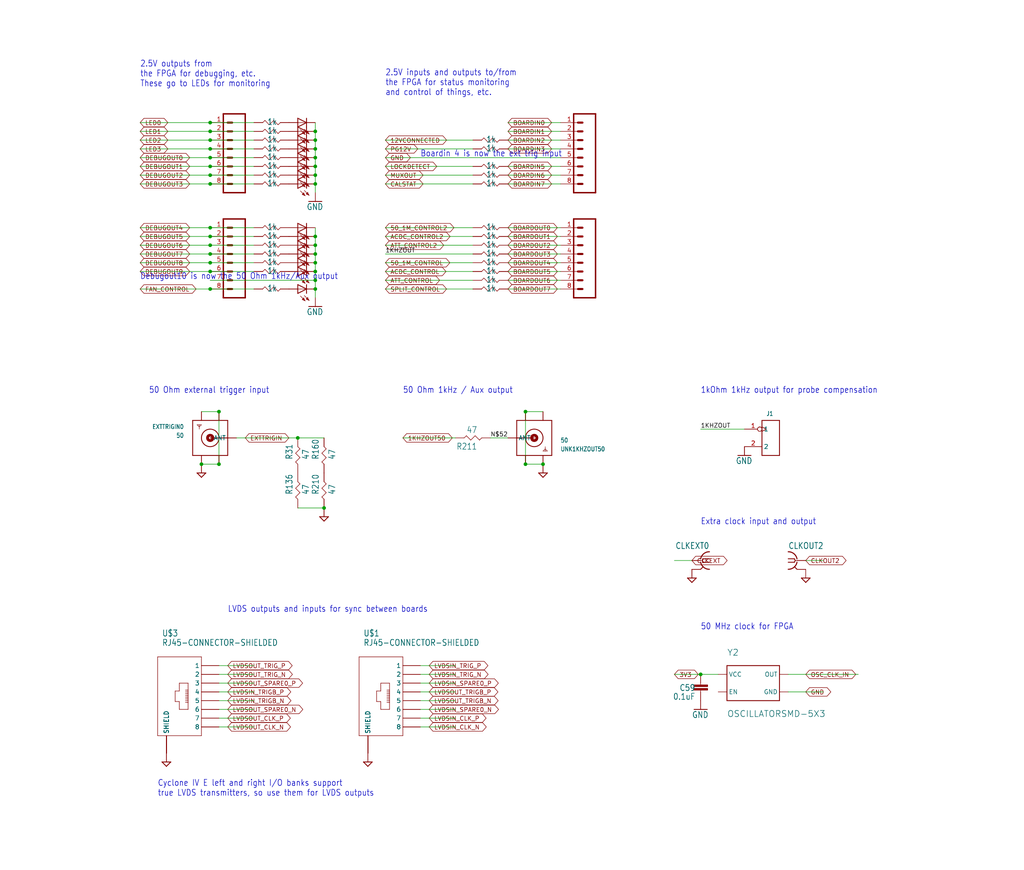
<source format=kicad_sch>
(kicad_sch (version 20250114) (generator "eeschema") (generator_version "9.0")
  (paper "User" 297.002 252.298)
  (lib_symbols
    (symbol "haasoscope_pro_adc_fpga_board-eagle-import:BU-SMB-V"
      (property "Reference" "X" (at -2.54 3.302 0))
      (symbol "BU-SMB-V_1_0"
        (pin passive line (at 2.54 0 180) (length 2.54) (name "1") (number "1"))
        (pin passive line (at 2.54 -2.54 180) (length 2.54) (name "2") (number "2"))
        (pin passive line (at 2.54 -2.54 180) (length 2.54) (name "2") (number "3"))
        (pin passive line (at 2.54 -2.54 180) (length 2.54) (name "2") (number "4"))
        (pin passive line (at 2.54 -2.54 180) (length 2.54) (name "2") (number "5"))
      )
    )
    (symbol "haasoscope_pro_adc_fpga_board-eagle-import:CAPACITOR_0402_N"
      (symbol "CAPACITOR_0402_N_1_0"
        (pin passive line (at 0 2.54 270) (length 2.54) (name "1") (number "1"))
        (pin passive line (at 0 -5.08 90) (length 2.54) (name "2") (number "2"))
      )
    )
    (symbol "haasoscope_pro_adc_fpga_board-eagle-import:CONN_08{dblquote}"
      (property "Reference" "J" (at -5.08 13.208 0))
      (symbol "CONN_08{dblquote}_1_0"
        (pin passive line (at 5.08 10.16 180) (length 5.08) (name "8") (number "8"))
        (pin passive line (at 5.08 7.62 180) (length 5.08) (name "7") (number "7"))
        (pin passive line (at 5.08 5.08 180) (length 5.08) (name "6") (number "6"))
        (pin passive line (at 5.08 2.54 180) (length 5.08) (name "5") (number "5"))
        (pin passive line (at 5.08 0 180) (length 5.08) (name "4") (number "4"))
        (pin passive line (at 5.08 -2.54 180) (length 5.08) (name "3") (number "3"))
        (pin passive line (at 5.08 -5.08 180) (length 5.08) (name "2") (number "2"))
        (pin passive line (at 5.08 -7.62 180) (length 5.08) (name "1") (number "1"))
      )
    )
    (symbol "haasoscope_pro_adc_fpga_board-eagle-import:DIP-BLACK-MALE-HEADER-VERT(2P-2.54)"
      (symbol "DIP-BLACK-MALE-HEADER-VERT(2P-2.54)_1_0"
        (pin bidirectional inverted_clock (at -7.62 2.54 0) (length 5.08) (name "1") (number "1"))
        (pin bidirectional line (at -7.62 -2.54 0) (length 5.08) (name "2") (number "2"))
      )
    )
    (symbol "haasoscope_pro_adc_fpga_board-eagle-import:LEDCHIP-LED0603"
      (property "Reference" "LED" (at 3.556 -4.572 90))
      (symbol "LEDCHIP-LED0603_1_0"
        (pin passive line (at 0 2.54 270) (length 2.54) (name "A") (number "A"))
        (pin passive line (at 0 -5.08 90) (length 2.54) (name "C") (number "C"))
      )
    )
    (symbol "haasoscope_pro_adc_fpga_board-eagle-import:OSCILLATORSMD-5X3"
      (symbol "OSCILLATORSMD-5X3_1_0"
        (pin bidirectional line (at -10.16 2.54 0) (length 2.54) (name "VCC") (number "4"))
        (pin bidirectional line (at -10.16 -2.54 0) (length 2.54) (name "EN") (number "1"))
        (pin bidirectional line (at 10.16 2.54 180) (length 2.54) (name "OUT") (number "3"))
        (pin bidirectional line (at 10.16 -2.54 180) (length 2.54) (name "GND") (number "2"))
      )
    )
    (symbol "haasoscope_pro_adc_fpga_board-eagle-import:RES-0402"
      (property "Reference" "R" (at -3.175 1.27 0))
      (symbol "RES-0402_1_0"
        (pin bidirectional line (at -5.08 0 0) (length 2.54) (name "P$1") (number "P$1"))
        (pin bidirectional line (at 5.08 0 180) (length 2.54) (name "P$2") (number "P$2"))
      )
    )
    (symbol "haasoscope_pro_adc_fpga_board-eagle-import:RJ45-CONNECTOR-SHIELDED"
      (symbol "RJ45-CONNECTOR-SHIELDED_1_0"
        (pin bidirectional line (at -2.54 -17.78 90) (length 5.08) (name "SHIELD") (number "S$1"))
        (pin bidirectional line (at -2.54 -17.78 90) (length 5.08) (name "SHIELD") (number "S$2"))
        (pin bidirectional line (at -2.54 -17.78 90) (length 5.08) (name "SHIELD") (number "S$3"))
        (pin bidirectional line (at -2.54 -17.78 90) (length 5.08) (name "SHIELD") (number "S$4"))
        (pin passive line (at 12.7 7.62 180) (length 5.08) (name "1") (number "P$1"))
        (pin passive line (at 12.7 5.08 180) (length 5.08) (name "2") (number "P$2"))
        (pin passive line (at 12.7 2.54 180) (length 5.08) (name "3") (number "P$3"))
        (pin passive line (at 12.7 0 180) (length 5.08) (name "4") (number "P$4"))
        (pin passive line (at 12.7 -2.54 180) (length 5.08) (name "5") (number "P$5"))
        (pin passive line (at 12.7 -5.08 180) (length 5.08) (name "6") (number "P$6"))
        (pin passive line (at 12.7 -7.62 180) (length 5.08) (name "7") (number "P$7"))
        (pin passive line (at 12.7 -10.16 180) (length 5.08) (name "8") (number "P$8"))
      )
    )
    (symbol "haasoscope_pro_adc_fpga_board-eagle-import:SMACONNECTOR_EDGE"
      (property "Reference" "X" (at 7.62 2.54 0))
      (symbol "SMACONNECTOR_EDGE_1_0"
        (pin bidirectional line (at -7.62 0 0) (length 2.54) (name "ANT") (number "P"))
        (pin power_in line (at -2.54 7.62 270) (length 2.54) (name "GND1") (number "GND@4"))
        (pin power_in line (at -2.54 -7.62 90) (length 2.54) (name "GND3") (number "GND@2"))
        (pin power_in line (at 2.54 7.62 270) (length 2.54) (name "GND2") (number "GND@3"))
        (pin power_in line (at 2.54 -7.62 90) (length 2.54) (name "GND4") (number "GND@1"))
      )
    )
    (symbol "haasoscope_pro_adc_fpga_board-eagle-import:supply1_GND" (power)
      (symbol "supply1_GND_1_0"
        (pin power_in line (at 0 2.54 270) (length 2.54) (name "GND") (number "1"))
      )
    )
    (symbol "haasoscope_pro_adc_fpga_board-eagle-import:supply2_GND" (power)
      (symbol "supply2_GND_1_0"
        (pin power_in line (at 0 2.54 270) (length 2.54) (name "GND") (number "1"))
      )
    )
  )
  (text "50 Ohm 1kHz / Aux output" (at 116.84 114.3 0) (effects (font (size 1.778 1.5113)) (justify left bottom)))
  (text "2.5V inputs and outputs to/from\nthe FPGA for status monitoring\nand control of things, etc." (at 111.76 27.94 0) (effects (font (size 1.778 1.5113)) (justify left bottom)))
  (text "2.5V outputs from\nthe FPGA for debugging, etc.\nThese go to LEDs for monitoring" (at 40.64 25.4 0) (effects (font (size 1.778 1.5113)) (justify left bottom)))
  (text "50 Ohm external trigger input" (at 43.18 114.3 0) (effects (font (size 1.778 1.5113)) (justify left bottom)))
  (text "Extra clock input and output" (at 203.2 152.4 0) (effects (font (size 1.778 1.5113)) (justify left bottom)))
  (text "LVDS outputs and inputs for sync between boards" (at 66.04 177.8 0) (effects (font (size 1.778 1.5113)) (justify left bottom)))
  (text "Debugout10 is now the 50 Ohm 1kHz/Aux output" (at 40.64 81.28 0) (effects (font (size 1.778 1.5113)) (justify left bottom)))
  (text "Cyclone IV E left and right I/O banks support\ntrue LVDS transmitters, so use them for LVDS outputs" (at 45.72 231.14 0) (effects (font (size 1.778 1.5113)) (justify left bottom)))
  (text "1kOhm 1kHz output for probe compensation" (at 203.2 114.3 0) (effects (font (size 1.778 1.5113)) (justify left bottom)))
  (text "50 MHz clock for FPGA" (at 203.2 182.88 0) (effects (font (size 1.778 1.5113)) (justify left bottom)))
  (text "Boardin 4 is now the ext trig input" (at 121.92 45.72 0) (effects (font (size 1.778 1.5113)) (justify left bottom)))
  (junction (at 60.96 71.12))
  (junction (at 60.96 40.64))
  (junction (at 91.44 83.82))
  (junction (at 60.96 68.58))
  (junction (at 60.96 45.72))
  (junction (at 60.96 43.18))
  (junction (at 63.5 119.38))
  (junction (at 91.44 81.28))
  (junction (at 63.5 134.62))
  (junction (at 60.96 48.26))
  (junction (at 60.96 83.82))
  (junction (at 60.96 76.2))
  (junction (at 58.42 134.62))
  (junction (at 91.44 38.1))
  (junction (at 86.36 127))
  (junction (at 93.98 147.32))
  (junction (at 91.44 50.8))
  (junction (at 91.44 53.34))
  (junction (at 60.96 73.66))
  (junction (at 91.44 48.26))
  (junction (at 91.44 76.2))
  (junction (at 91.44 68.58))
  (junction (at 152.4 119.38))
  (junction (at 157.48 134.62))
  (junction (at 203.2 195.58))
  (junction (at 91.44 43.18))
  (junction (at 91.44 73.66))
  (junction (at 60.96 53.34))
  (junction (at 60.96 38.1))
  (junction (at 91.44 71.12))
  (junction (at 60.96 78.74))
  (junction (at 91.44 78.74))
  (junction (at 91.44 40.64))
  (junction (at 60.96 66.04))
  (junction (at 60.96 50.8))
  (junction (at 152.4 134.62))
  (junction (at 91.44 45.72))
  (junction (at 60.96 35.56))
  (wire (pts (xy 60.96 66.04) (xy 40.64 66.04)) (stroke (width 0.1524)))
  (wire (pts (xy 91.44 86.36) (xy 91.44 83.82)) (stroke (width 0.1524)))
  (wire (pts (xy 233.68 162.56) (xy 238.76 162.56)) (stroke (width 0.1524)))
  (wire (pts (xy 60.96 76.2) (xy 73.66 76.2)) (stroke (width 0.1524)))
  (wire (pts (xy 137.16 76.2) (xy 111.76 76.2)) (stroke (width 0.1524)))
  (wire (pts (xy 73.66 210.82) (xy 63.5 210.82)) (stroke (width 0.1524)))
  (wire (pts (xy 63.5 119.38) (xy 63.5 134.62)) (stroke (width 0.1524)))
  (wire (pts (xy 91.44 48.26) (xy 91.44 45.72)) (stroke (width 0.1524)))
  (wire (pts (xy 132.08 193.04) (xy 121.92 193.04)) (stroke (width 0.1524)))
  (wire (pts (xy 162.56 76.2) (xy 147.32 76.2)) (stroke (width 0.1524)))
  (wire (pts (xy 162.56 48.26) (xy 147.32 48.26)) (stroke (width 0.1524)))
  (wire (pts (xy 132.08 195.58) (xy 121.92 195.58)) (stroke (width 0.1524)))
  (wire (pts (xy 91.44 38.1) (xy 91.44 35.56)) (stroke (width 0.1524)))
  (wire (pts (xy 91.44 71.12) (xy 91.44 68.58)) (stroke (width 0.1524)))
  (wire (pts (xy 132.08 127) (xy 116.84 127)) (stroke (width 0.1524)))
  (wire (pts (xy 60.96 71.12) (xy 40.64 71.12)) (stroke (width 0.1524)))
  (wire (pts (xy 137.16 78.74) (xy 111.76 78.74)) (stroke (width 0.1524)))
  (wire (pts (xy 73.66 83.82) (xy 60.96 83.82)) (stroke (width 0.1524)))
  (wire (pts (xy 60.96 83.82) (xy 40.64 83.82)) (stroke (width 0.1524)))
  (wire (pts (xy 228.6 200.66) (xy 238.76 200.66)) (stroke (width 0.1524)))
  (wire (pts (xy 162.56 40.64) (xy 147.32 40.64)) (stroke (width 0.1524)))
  (wire (pts (xy 60.96 66.04) (xy 73.66 66.04)) (stroke (width 0.1524)))
  (wire (pts (xy 60.96 45.72) (xy 40.64 45.72)) (stroke (width 0.1524)))
  (wire (pts (xy 137.16 40.64) (xy 111.76 40.64)) (stroke (width 0.1524)))
  (wire (pts (xy 137.16 66.04) (xy 111.76 66.04)) (stroke (width 0.1524)))
  (wire (pts (xy 132.08 200.66) (xy 121.92 200.66)) (stroke (width 0.1524)))
  (wire (pts (xy 63.5 134.62) (xy 58.42 134.62)) (stroke (width 0.1524)))
  (wire (pts (xy 162.56 83.82) (xy 147.32 83.82)) (stroke (width 0.1524)))
  (wire (pts (xy 91.44 68.58) (xy 91.44 66.04)) (stroke (width 0.1524)))
  (wire (pts (xy 162.56 66.04) (xy 147.32 66.04)) (stroke (width 0.1524)))
  (wire (pts (xy 137.16 68.58) (xy 111.76 68.58)) (stroke (width 0.1524)))
  (wire (pts (xy 152.4 119.38) (xy 157.48 119.38)) (stroke (width 0.1524)))
  (wire (pts (xy 162.56 68.58) (xy 147.32 68.58)) (stroke (width 0.1524)))
  (wire (pts (xy 91.44 81.28) (xy 91.44 78.74)) (stroke (width 0.1524)))
  (wire (pts (xy 137.16 81.28) (xy 111.76 81.28)) (stroke (width 0.1524)))
  (wire (pts (xy 200.66 162.56) (xy 195.58 162.56)) (stroke (width 0.1524)))
  (wire (pts (xy 60.96 78.74) (xy 40.64 78.74)) (stroke (width 0.1524)))
  (wire (pts (xy 60.96 45.72) (xy 73.66 45.72)) (stroke (width 0.1524)))
  (wire (pts (xy 60.96 68.58) (xy 40.64 68.58)) (stroke (width 0.1524)))
  (wire (pts (xy 91.44 40.64) (xy 91.44 38.1)) (stroke (width 0.1524)))
  (wire (pts (xy 132.08 208.28) (xy 121.92 208.28)) (stroke (width 0.1524)))
  (wire (pts (xy 91.44 73.66) (xy 91.44 71.12)) (stroke (width 0.1524)))
  (wire (pts (xy 137.16 50.8) (xy 111.76 50.8)) (stroke (width 0.1524)))
  (wire (pts (xy 73.66 203.2) (xy 63.5 203.2)) (stroke (width 0.1524)))
  (wire (pts (xy 162.56 38.1) (xy 147.32 38.1)) (stroke (width 0.1524)))
  (wire (pts (xy 132.08 198.12) (xy 121.92 198.12)) (stroke (width 0.1524)))
  (wire (pts (xy 91.44 76.2) (xy 91.44 73.66)) (stroke (width 0.1524)))
  (wire (pts (xy 162.56 50.8) (xy 147.32 50.8)) (stroke (width 0.1524)))
  (wire (pts (xy 58.42 119.38) (xy 63.5 119.38)) (stroke (width 0.1524)))
  (wire (pts (xy 132.08 210.82) (xy 121.92 210.82)) (stroke (width 0.1524)))
  (wire (pts (xy 137.16 48.26) (xy 111.76 48.26)) (stroke (width 0.1524)))
  (wire (pts (xy 60.96 38.1) (xy 40.64 38.1)) (stroke (width 0.1524)))
  (wire (pts (xy 73.66 53.34) (xy 60.96 53.34)) (stroke (width 0.1524)))
  (wire (pts (xy 73.66 48.26) (xy 60.96 48.26)) (stroke (width 0.1524)))
  (wire (pts (xy 73.66 200.66) (xy 63.5 200.66)) (stroke (width 0.1524)))
  (wire (pts (xy 228.6 195.58) (xy 248.92 195.58)) (stroke (width 0.1524)))
  (wire (pts (xy 91.44 50.8) (xy 91.44 48.26)) (stroke (width 0.1524)))
  (wire (pts (xy 60.96 50.8) (xy 40.64 50.8)) (stroke (width 0.1524)))
  (wire (pts (xy 60.96 76.2) (xy 40.64 76.2)) (stroke (width 0.1524)))
  (wire (pts (xy 73.66 208.28) (xy 63.5 208.28)) (stroke (width 0.1524)))
  (wire (pts (xy 86.36 127) (xy 68.58 127)) (stroke (width 0.1524)))
  (wire (pts (xy 91.44 45.72) (xy 91.44 43.18)) (stroke (width 0.1524)))
  (wire (pts (xy 60.96 35.56) (xy 40.64 35.56)) (stroke (width 0.1524)))
  (wire (pts (xy 73.66 198.12) (xy 63.5 198.12)) (stroke (width 0.1524)))
  (wire (pts (xy 60.96 50.8) (xy 73.66 50.8)) (stroke (width 0.1524)))
  (wire (pts (xy 93.98 147.32) (xy 86.36 147.32)) (stroke (width 0.1524)))
  (wire (pts (xy 162.56 71.12) (xy 147.32 71.12)) (stroke (width 0.1524)))
  (wire (pts (xy 157.48 134.62) (xy 152.4 134.62)) (stroke (width 0.1524)))
  (wire (pts (xy 60.96 53.34) (xy 40.64 53.34)) (stroke (width 0.1524)))
  (wire (pts (xy 162.56 45.72) (xy 111.76 45.72)) (stroke (width 0.1524)))
  (wire (pts (xy 162.56 35.56) (xy 147.32 35.56)) (stroke (width 0.1524)))
  (wire (pts (xy 91.44 43.18) (xy 91.44 40.64)) (stroke (width 0.1524)))
  (wire (pts (xy 73.66 78.74) (xy 60.96 78.74)) (stroke (width 0.1524)))
  (wire (pts (xy 132.08 203.2) (xy 121.92 203.2)) (stroke (width 0.1524)))
  (wire (pts (xy 137.16 43.18) (xy 111.76 43.18)) (stroke (width 0.1524)))
  (wire (pts (xy 60.96 73.66) (xy 40.64 73.66)) (stroke (width 0.1524)))
  (wire (pts (xy 60.96 35.56) (xy 73.66 35.56)) (stroke (width 0.1524)))
  (wire (pts (xy 195.58 195.58) (xy 203.2 195.58)) (stroke (width 0.1524)))
  (wire (pts (xy 111.76 73.66) (xy 137.16 73.66)) (stroke (width 0.1524)))
  (wire (pts (xy 203.2 195.58) (xy 208.28 195.58)) (stroke (width 0.1524)))
  (wire (pts (xy 73.66 68.58) (xy 60.96 68.58)) (stroke (width 0.1524)))
  (wire (pts (xy 73.66 193.04) (xy 63.5 193.04)) (stroke (width 0.1524)))
  (wire (pts (xy 162.56 53.34) (xy 147.32 53.34)) (stroke (width 0.1524)))
  (wire (pts (xy 73.66 43.18) (xy 60.96 43.18)) (stroke (width 0.1524)))
  (wire (pts (xy 86.36 127) (xy 93.98 127)) (stroke (width 0.1524)))
  (wire (pts (xy 60.96 48.26) (xy 40.64 48.26)) (stroke (width 0.1524)))
  (wire (pts (xy 60.96 43.18) (xy 40.64 43.18)) (stroke (width 0.1524)))
  (wire (pts (xy 162.56 78.74) (xy 147.32 78.74)) (stroke (width 0.1524)))
  (wire (pts (xy 73.66 38.1) (xy 60.96 38.1)) (stroke (width 0.1524)))
  (wire (pts (xy 162.56 43.18) (xy 147.32 43.18)) (stroke (width 0.1524)))
  (wire (pts (xy 60.96 40.64) (xy 40.64 40.64)) (stroke (width 0.1524)))
  (wire (pts (xy 73.66 73.66) (xy 60.96 73.66)) (stroke (width 0.1524)))
  (wire (pts (xy 91.44 78.74) (xy 91.44 76.2)) (stroke (width 0.1524)))
  (wire (pts (xy 162.56 81.28) (xy 147.32 81.28)) (stroke (width 0.1524)))
  (wire (pts (xy 60.96 71.12) (xy 73.66 71.12)) (stroke (width 0.1524)))
  (wire (pts (xy 132.08 205.74) (xy 121.92 205.74)) (stroke (width 0.1524)))
  (wire (pts (xy 162.56 73.66) (xy 147.32 73.66)) (stroke (width 0.1524)))
  (wire (pts (xy 215.9 124.46) (xy 203.2 124.46)) (stroke (width 0.1524)))
  (wire (pts (xy 73.66 195.58) (xy 63.5 195.58)) (stroke (width 0.1524)))
  (wire (pts (xy 73.66 205.74) (xy 63.5 205.74)) (stroke (width 0.1524)))
  (wire (pts (xy 147.32 127) (xy 142.24 127)) (stroke (width 0.1524)))
  (wire (pts (xy 60.96 40.64) (xy 73.66 40.64)) (stroke (width 0.1524)))
  (wire (pts (xy 137.16 71.12) (xy 111.76 71.12)) (stroke (width 0.1524)))
  (wire (pts (xy 91.44 53.34) (xy 91.44 50.8)) (stroke (width 0.1524)))
  (wire (pts (xy 137.16 83.82) (xy 111.76 83.82)) (stroke (width 0.1524)))
  (wire (pts (xy 111.76 53.34) (xy 137.16 53.34)) (stroke (width 0.1524)))
  (wire (pts (xy 152.4 134.62) (xy 152.4 119.38)) (stroke (width 0.1524)))
  (wire (pts (xy 91.44 55.88) (xy 91.44 53.34)) (stroke (width 0.1524)))
  (wire (pts (xy 91.44 83.82) (xy 91.44 81.28)) (stroke (width 0.1524)))
  (wire (pts (xy 91.44 81.28) (xy 60.96 81.28)) (stroke (width 0.1524)))
  (label "N$52" (at 142.24 127 0) (effects (font (size 1.2446 1.2446))))
  (label "1KHZOUT" (at 203.2 124.46 0) (effects (font (size 1.2446 1.2446))))
  (label "1KHZOUT" (at 111.76 73.66 0) (effects (font (size 1.2446 1.2446))))
  (global_label "PG12V" (shape bidirectional) (at 111.76 43.18 0) (effects (font (size 1.2446 1.2446))) (property "Intersheetrefs" "${INTERSHEET_REFS}" (effects (hide yes))))
  (global_label "LVDSOUT_CLK_N" (shape bidirectional) (at 66.04 210.82 0) (effects (font (size 1.2446 1.2446))) (property "Intersheetrefs" "${INTERSHEET_REFS}" (effects (hide yes))))
  (global_label "CALSTAT" (shape bidirectional) (at 111.76 53.34 0) (effects (font (size 1.2446 1.2446))) (property "Intersheetrefs" "${INTERSHEET_REFS}" (effects (hide yes))))
  (global_label "LOCKDETECT" (shape bidirectional) (at 111.76 48.26 0) (effects (font (size 1.2446 1.2446))) (property "Intersheetrefs" "${INTERSHEET_REFS}" (effects (hide yes))))
  (global_label "LVDSIN_SPARE0_N" (shape bidirectional) (at 124.46 205.74 0) (effects (font (size 1.2446 1.2446))) (property "Intersheetrefs" "${INTERSHEET_REFS}" (effects (hide yes))))
  (global_label "LVDSIN_TRIG_N" (shape bidirectional) (at 124.46 195.58 0) (effects (font (size 1.2446 1.2446))) (property "Intersheetrefs" "${INTERSHEET_REFS}" (effects (hide yes))))
  (global_label "CLKOUT2" (shape bidirectional) (at 233.68 162.56 0) (effects (font (size 1.2446 1.2446))) (property "Intersheetrefs" "${INTERSHEET_REFS}" (effects (hide yes))))
  (global_label "BOARDIN2" (shape bidirectional) (at 147.32 40.64 0) (effects (font (size 1.2446 1.2446))) (property "Intersheetrefs" "${INTERSHEET_REFS}" (effects (hide yes))))
  (global_label "BOARDIN0" (shape bidirectional) (at 147.32 35.56 0) (effects (font (size 1.2446 1.2446))) (property "Intersheetrefs" "${INTERSHEET_REFS}" (effects (hide yes))))
  (global_label "FAN_CONTROL" (shape bidirectional) (at 40.64 83.82 0) (effects (font (size 1.2446 1.2446))) (property "Intersheetrefs" "${INTERSHEET_REFS}" (effects (hide yes))))
  (global_label "OSC_CLK_IN" (shape bidirectional) (at 233.68 195.58 0) (effects (font (size 1.2446 1.2446))) (property "Intersheetrefs" "${INTERSHEET_REFS}" (effects (hide yes))))
  (global_label "BOARDIN6" (shape bidirectional) (at 147.32 50.8 0) (effects (font (size 1.2446 1.2446))) (property "Intersheetrefs" "${INTERSHEET_REFS}" (effects (hide yes))))
  (global_label "1KHZOUT50" (shape bidirectional) (at 116.84 127 0) (effects (font (size 1.2446 1.2446))) (property "Intersheetrefs" "${INTERSHEET_REFS}" (effects (hide yes))))
  (global_label "ATT_CONTROL" (shape bidirectional) (at 111.76 81.28 0) (effects (font (size 1.2446 1.2446))) (property "Intersheetrefs" "${INTERSHEET_REFS}" (effects (hide yes))))
  (global_label "DEBUGOUT0" (shape bidirectional) (at 40.64 45.72 0) (effects (font (size 1.2446 1.2446))) (property "Intersheetrefs" "${INTERSHEET_REFS}" (effects (hide yes))))
  (global_label "GND" (shape bidirectional) (at 233.68 200.66 0) (effects (font (size 1.2446 1.2446))) (property "Intersheetrefs" "${INTERSHEET_REFS}" (effects (hide yes))))
  (global_label "LVDSIN_TRIGB_N" (shape bidirectional) (at 66.04 203.2 0) (effects (font (size 1.2446 1.2446))) (property "Intersheetrefs" "${INTERSHEET_REFS}" (effects (hide yes))))
  (global_label "DEBUGOUT3" (shape bidirectional) (at 40.64 53.34 0) (effects (font (size 1.2446 1.2446))) (property "Intersheetrefs" "${INTERSHEET_REFS}" (effects (hide yes))))
  (global_label "BOARDIN1" (shape bidirectional) (at 147.32 38.1 0) (effects (font (size 1.2446 1.2446))) (property "Intersheetrefs" "${INTERSHEET_REFS}" (effects (hide yes))))
  (global_label "BOARDOUT2" (shape bidirectional) (at 147.32 71.12 0) (effects (font (size 1.2446 1.2446))) (property "Intersheetrefs" "${INTERSHEET_REFS}" (effects (hide yes))))
  (global_label "LVDSOUT_SPARE0_P" (shape bidirectional) (at 66.04 198.12 0) (effects (font (size 1.2446 1.2446))) (property "Intersheetrefs" "${INTERSHEET_REFS}" (effects (hide yes))))
  (global_label "DEBUGOUT9" (shape bidirectional) (at 40.64 78.74 0) (effects (font (size 1.2446 1.2446))) (property "Intersheetrefs" "${INTERSHEET_REFS}" (effects (hide yes))))
  (global_label "BOARDOUT6" (shape bidirectional) (at 147.32 81.28 0) (effects (font (size 1.2446 1.2446))) (property "Intersheetrefs" "${INTERSHEET_REFS}" (effects (hide yes))))
  (global_label "BOARDOUT5" (shape bidirectional) (at 147.32 78.74 0) (effects (font (size 1.2446 1.2446))) (property "Intersheetrefs" "${INTERSHEET_REFS}" (effects (hide yes))))
  (global_label "LVDSOUT_TRIGB_P" (shape bidirectional) (at 124.46 200.66 0) (effects (font (size 1.2446 1.2446))) (property "Intersheetrefs" "${INTERSHEET_REFS}" (effects (hide yes))))
  (global_label "LVDSIN_SPARE0_P" (shape bidirectional) (at 124.46 198.12 0) (effects (font (size 1.2446 1.2446))) (property "Intersheetrefs" "${INTERSHEET_REFS}" (effects (hide yes))))
  (global_label "LVDSIN_TRIGB_P" (shape bidirectional) (at 66.04 200.66 0) (effects (font (size 1.2446 1.2446))) (property "Intersheetrefs" "${INTERSHEET_REFS}" (effects (hide yes))))
  (global_label "LVDSOUT_SPARE0_N" (shape bidirectional) (at 66.04 205.74 0) (effects (font (size 1.2446 1.2446))) (property "Intersheetrefs" "${INTERSHEET_REFS}" (effects (hide yes))))
  (global_label "LVDSIN_TRIG_P" (shape bidirectional) (at 124.46 193.04 0) (effects (font (size 1.2446 1.2446))) (property "Intersheetrefs" "${INTERSHEET_REFS}" (effects (hide yes))))
  (global_label "BOARDIN3" (shape bidirectional) (at 147.32 43.18 0) (effects (font (size 1.2446 1.2446))) (property "Intersheetrefs" "${INTERSHEET_REFS}" (effects (hide yes))))
  (global_label "MUXOUT" (shape bidirectional) (at 111.76 50.8 0) (effects (font (size 1.2446 1.2446))) (property "Intersheetrefs" "${INTERSHEET_REFS}" (effects (hide yes))))
  (global_label "DEBUGOUT5" (shape bidirectional) (at 40.64 68.58 0) (effects (font (size 1.2446 1.2446))) (property "Intersheetrefs" "${INTERSHEET_REFS}" (effects (hide yes))))
  (global_label "12VCONNECTED" (shape bidirectional) (at 111.76 40.64 0) (effects (font (size 1.2446 1.2446))) (property "Intersheetrefs" "${INTERSHEET_REFS}" (effects (hide yes))))
  (global_label "DEBUGOUT8" (shape bidirectional) (at 40.64 76.2 0) (effects (font (size 1.2446 1.2446))) (property "Intersheetrefs" "${INTERSHEET_REFS}" (effects (hide yes))))
  (global_label "GND" (shape bidirectional) (at 111.76 45.72 0) (effects (font (size 1.2446 1.2446))) (property "Intersheetrefs" "${INTERSHEET_REFS}" (effects (hide yes))))
  (global_label "BOARDIN5" (shape bidirectional) (at 147.32 48.26 0) (effects (font (size 1.2446 1.2446))) (property "Intersheetrefs" "${INTERSHEET_REFS}" (effects (hide yes))))
  (global_label "ACDC_CONTROL2" (shape bidirectional) (at 111.76 68.58 0) (effects (font (size 1.2446 1.2446))) (property "Intersheetrefs" "${INTERSHEET_REFS}" (effects (hide yes))))
  (global_label "DEBUGOUT4" (shape bidirectional) (at 40.64 66.04 0) (effects (font (size 1.2446 1.2446))) (property "Intersheetrefs" "${INTERSHEET_REFS}" (effects (hide yes))))
  (global_label "LVDSIN_CLK_P" (shape bidirectional) (at 124.46 208.28 0) (effects (font (size 1.2446 1.2446))) (property "Intersheetrefs" "${INTERSHEET_REFS}" (effects (hide yes))))
  (global_label "BOARDOUT3" (shape bidirectional) (at 147.32 73.66 0) (effects (font (size 1.2446 1.2446))) (property "Intersheetrefs" "${INTERSHEET_REFS}" (effects (hide yes))))
  (global_label "BOARDOUT1" (shape bidirectional) (at 147.32 68.58 0) (effects (font (size 1.2446 1.2446))) (property "Intersheetrefs" "${INTERSHEET_REFS}" (effects (hide yes))))
  (global_label "BOARDOUT0" (shape bidirectional) (at 147.32 66.04 0) (effects (font (size 1.2446 1.2446))) (property "Intersheetrefs" "${INTERSHEET_REFS}" (effects (hide yes))))
  (global_label "ATT_CONTROL2" (shape bidirectional) (at 111.76 71.12 0) (effects (font (size 1.2446 1.2446))) (property "Intersheetrefs" "${INTERSHEET_REFS}" (effects (hide yes))))
  (global_label "SPLIT_CONTROL" (shape bidirectional) (at 111.76 83.82 0) (effects (font (size 1.2446 1.2446))) (property "Intersheetrefs" "${INTERSHEET_REFS}" (effects (hide yes))))
  (global_label "ACDC_CONTROL" (shape bidirectional) (at 111.76 78.74 0) (effects (font (size 1.2446 1.2446))) (property "Intersheetrefs" "${INTERSHEET_REFS}" (effects (hide yes))))
  (global_label "LED0" (shape bidirectional) (at 40.64 35.56 0) (effects (font (size 1.2446 1.2446))) (property "Intersheetrefs" "${INTERSHEET_REFS}" (effects (hide yes))))
  (global_label "DEBUGOUT1" (shape bidirectional) (at 40.64 48.26 0) (effects (font (size 1.2446 1.2446))) (property "Intersheetrefs" "${INTERSHEET_REFS}" (effects (hide yes))))
  (global_label "LVDSOUT_TRIG_P" (shape bidirectional) (at 66.04 193.04 0) (effects (font (size 1.2446 1.2446))) (property "Intersheetrefs" "${INTERSHEET_REFS}" (effects (hide yes))))
  (global_label "50_1M_CONTROL2" (shape bidirectional) (at 111.76 66.04 0) (effects (font (size 1.2446 1.2446))) (property "Intersheetrefs" "${INTERSHEET_REFS}" (effects (hide yes))))
  (global_label "EXTTRIGIN" (shape bidirectional) (at 71.12 127 0) (effects (font (size 1.2446 1.2446))) (property "Intersheetrefs" "${INTERSHEET_REFS}" (effects (hide yes))))
  (global_label "LVDSOUT_TRIG_N" (shape bidirectional) (at 66.04 195.58 0) (effects (font (size 1.2446 1.2446))) (property "Intersheetrefs" "${INTERSHEET_REFS}" (effects (hide yes))))
  (global_label "BOARDIN7" (shape bidirectional) (at 147.32 53.34 0) (effects (font (size 1.2446 1.2446))) (property "Intersheetrefs" "${INTERSHEET_REFS}" (effects (hide yes))))
  (global_label "50_1M_CONTROL" (shape bidirectional) (at 111.76 76.2 0) (effects (font (size 1.2446 1.2446))) (property "Intersheetrefs" "${INTERSHEET_REFS}" (effects (hide yes))))
  (global_label "LED3" (shape bidirectional) (at 40.64 43.18 0) (effects (font (size 1.2446 1.2446))) (property "Intersheetrefs" "${INTERSHEET_REFS}" (effects (hide yes))))
  (global_label "3V3" (shape bidirectional) (at 195.58 195.58 0) (effects (font (size 1.2446 1.2446))) (property "Intersheetrefs" "${INTERSHEET_REFS}" (effects (hide yes))))
  (global_label "CLKEXT" (shape bidirectional) (at 200.66 162.56 0) (effects (font (size 1.2446 1.2446))) (property "Intersheetrefs" "${INTERSHEET_REFS}" (effects (hide yes))))
  (global_label "DEBUGOUT7" (shape bidirectional) (at 40.64 73.66 0) (effects (font (size 1.2446 1.2446))) (property "Intersheetrefs" "${INTERSHEET_REFS}" (effects (hide yes))))
  (global_label "DEBUGOUT2" (shape bidirectional) (at 40.64 50.8 0) (effects (font (size 1.2446 1.2446))) (property "Intersheetrefs" "${INTERSHEET_REFS}" (effects (hide yes))))
  (global_label "LVDSOUT_TRIGB_N" (shape bidirectional) (at 124.46 203.2 0) (effects (font (size 1.2446 1.2446))) (property "Intersheetrefs" "${INTERSHEET_REFS}" (effects (hide yes))))
  (global_label "LED2" (shape bidirectional) (at 40.64 40.64 0) (effects (font (size 1.2446 1.2446))) (property "Intersheetrefs" "${INTERSHEET_REFS}" (effects (hide yes))))
  (global_label "DEBUGOUT6" (shape bidirectional) (at 40.64 71.12 0) (effects (font (size 1.2446 1.2446))) (property "Intersheetrefs" "${INTERSHEET_REFS}" (effects (hide yes))))
  (global_label "BOARDOUT7" (shape bidirectional) (at 147.32 83.82 0) (effects (font (size 1.2446 1.2446))) (property "Intersheetrefs" "${INTERSHEET_REFS}" (effects (hide yes))))
  (global_label "LED1" (shape bidirectional) (at 40.64 38.1 0) (effects (font (size 1.2446 1.2446))) (property "Intersheetrefs" "${INTERSHEET_REFS}" (effects (hide yes))))
  (global_label "LVDSOUT_CLK_P" (shape bidirectional) (at 66.04 208.28 0) (effects (font (size 1.2446 1.2446))) (property "Intersheetrefs" "${INTERSHEET_REFS}" (effects (hide yes))))
  (global_label "BOARDOUT4" (shape bidirectional) (at 147.32 76.2 0) (effects (font (size 1.2446 1.2446))) (property "Intersheetrefs" "${INTERSHEET_REFS}" (effects (hide yes))))
  (global_label "LVDSIN_CLK_N" (shape bidirectional) (at 124.46 210.82 0) (effects (font (size 1.2446 1.2446))) (property "Intersheetrefs" "${INTERSHEET_REFS}" (effects (hide yes))))
  (symbol (lib_id "haasoscope_pro_adc_fpga_board-eagle-import:SMACONNECTOR_EDGE") (at 60.96 127 0) (mirror y) (unit 1)
    (property "Reference" "EXTTRIGIN0" (at 53.34 124.46 0) (effects (font (size 1.27 1.0795)) (justify left bottom)))
    (property "Value" "50" (at 53.34 127 0) (effects (font (size 1.27 1.0795)) (justify left bottom)))
    (property "Footprint" "haasoscope_pro_adc_fpga_board:SMA_EDGELAUNCH" (effects (hide yes)))
  )
  (symbol (lib_id "haasoscope_pro_adc_fpga_board-eagle-import:supply1_GND") (at 203.2 205.74 0) (unit 1)
    (property "Reference" "#GND075" (effects (hide yes)))
    (property "Value" "GND" (at 200.66 208.28 0) (effects (font (size 1.778 1.5113)) (justify left bottom)))
  )
  (symbol (lib_id "haasoscope_pro_adc_fpga_board-eagle-import:CONN_08{dblquote}") (at 66.04 43.18 180) (unit 1)
    (property "Reference" "J13" (effects (hide yes)))
    (property "Value" "8pin" (effects (hide yes)))
    (property "Footprint" "haasoscope_pro_adc_fpga_board:1X08" (effects (hide yes)))
  )
  (symbol (lib_id "haasoscope_pro_adc_fpga_board-eagle-import:OSCILLATORSMD-5X3") (at 218.44 198.12 0) (unit 1)
    (property "Reference" "Y2" (at 210.82 190.246 0) (effects (font (size 1.778 1.778)) (justify left bottom)))
    (property "Value" "OSCILLATORSMD-5X3" (at 210.82 205.994 0) (effects (font (size 1.778 1.778)) (justify left top)))
    (property "Footprint" "haasoscope_pro_adc_fpga_board:OSCILLATOR-SMD-5X3.2" (effects (hide yes)))
    (property "LCSC" "C2901546" (effects (hide yes)))
  )
  (symbol (lib_id "haasoscope_pro_adc_fpga_board-eagle-import:CONN_08{dblquote}") (at 167.64 73.66 180) (unit 1)
    (property "Reference" "J10" (effects (hide yes)))
    (property "Value" "8pin" (effects (hide yes)))
    (property "Footprint" "haasoscope_pro_adc_fpga_board:1X08" (effects (hide yes)))
  )
  (symbol (lib_id "haasoscope_pro_adc_fpga_board-eagle-import:LEDCHIP-LED0603") (at 86.36 48.26 90) (unit 1)
    (property "Reference" "LED46" (effects (hide yes)))
    (property "Value" "red" (effects (hide yes)))
    (property "Footprint" "haasoscope_pro_adc_fpga_board:CHIP-LED0603" (effects (hide yes)))
  )
  (symbol (lib_id "haasoscope_pro_adc_fpga_board-eagle-import:supply1_GND") (at 91.44 58.42 0) (unit 1)
    (property "Reference" "#GND056" (effects (hide yes)))
    (property "Value" "GND" (at 88.9 60.96 0) (effects (font (size 1.778 1.5113)) (justify left bottom)))
  )
  (symbol (lib_id "haasoscope_pro_adc_fpga_board-eagle-import:supply1_GND") (at 215.9 132.08 0) (unit 1)
    (property "Reference" "#GND053" (effects (hide yes)))
    (property "Value" "GND" (at 213.36 134.62 0) (effects (font (size 1.778 1.5113)) (justify left bottom)))
  )
  (symbol (lib_id "haasoscope_pro_adc_fpga_board-eagle-import:RJ45-CONNECTOR-SHIELDED") (at 109.22 200.66 0) (unit 1)
    (property "Reference" "U$1" (at 105.3958 184.6247 0) (effects (font (size 1.778 1.5113)) (justify left bottom)))
    (property "Value" "RJ45-CONNECTOR-SHIELDED" (at 105.4028 187.345 0) (effects (font (size 1.778 1.5113)) (justify left bottom)))
    (property "Footprint" "haasoscope_pro_adc_fpga_board:RJ45_THT_RA_AMPH-FRJAE448" (effects (hide yes)))
  )
  (symbol (lib_id "haasoscope_pro_adc_fpga_board-eagle-import:LEDCHIP-LED0603") (at 86.36 73.66 90) (unit 1)
    (property "Reference" "LED28" (effects (hide yes)))
    (property "Value" "red" (effects (hide yes)))
    (property "Footprint" "haasoscope_pro_adc_fpga_board:CHIP-LED0603" (effects (hide yes)))
  )
  (symbol (lib_id "haasoscope_pro_adc_fpga_board-eagle-import:LEDCHIP-LED0603") (at 86.36 45.72 90) (unit 1)
    (property "Reference" "LED45" (effects (hide yes)))
    (property "Value" "red" (effects (hide yes)))
    (property "Footprint" "haasoscope_pro_adc_fpga_board:CHIP-LED0603" (effects (hide yes)))
  )
  (symbol (lib_id "haasoscope_pro_adc_fpga_board-eagle-import:RES-0402") (at 137.16 127 180) (unit 1)
    (property "Reference" "R211" (at 138.43 128.4986 0) (effects (font (size 1.778 1.5113)) (justify left bottom)))
    (property "Value" "47" (at 138.43 123.698 0) (effects (font (size 1.778 1.5113)) (justify left bottom)))
    (property "Footprint" "haasoscope_pro_adc_fpga_board:RES-0402" (effects (hide yes)))
  )
  (symbol (lib_id "haasoscope_pro_adc_fpga_board-eagle-import:LEDCHIP-LED0603") (at 86.36 83.82 90) (unit 1)
    (property "Reference" "LED32" (effects (hide yes)))
    (property "Value" "red" (effects (hide yes)))
    (property "Footprint" "haasoscope_pro_adc_fpga_board:CHIP-LED0603" (effects (hide yes)))
  )
  (symbol (lib_id "haasoscope_pro_adc_fpga_board-eagle-import:supply1_GND") (at 91.44 88.9 0) (unit 1)
    (property "Reference" "#GND055" (effects (hide yes)))
    (property "Value" "GND" (at 88.9 91.44 0) (effects (font (size 1.778 1.5113)) (justify left bottom)))
  )
  (symbol (lib_id "haasoscope_pro_adc_fpga_board-eagle-import:RES-0402") (at 93.98 142.24 90) (unit 1)
    (property "Reference" "R210" (at 92.4814 143.51 0) (effects (font (size 1.778 1.5113)) (justify left bottom)))
    (property "Value" "47" (at 97.282 143.51 0) (effects (font (size 1.778 1.5113)) (justify left bottom)))
    (property "Footprint" "haasoscope_pro_adc_fpga_board:RES-0402" (effects (hide yes)))
  )
  (symbol (lib_id "haasoscope_pro_adc_fpga_board-eagle-import:LEDCHIP-LED0603") (at 86.36 50.8 90) (unit 1)
    (property "Reference" "LED47" (effects (hide yes)))
    (property "Value" "red" (effects (hide yes)))
    (property "Footprint" "haasoscope_pro_adc_fpga_board:CHIP-LED0603" (effects (hide yes)))
  )
  (symbol (lib_id "haasoscope_pro_adc_fpga_board-eagle-import:SMACONNECTOR_EDGE") (at 154.94 127 0) (mirror x) (unit 1)
    (property "Reference" "UNK1KHZOUT50" (at 162.56 129.54 0) (effects (font (size 1.27 1.0795)) (justify left bottom)))
    (property "Value" "50" (at 162.56 127 0) (effects (font (size 1.27 1.0795)) (justify left bottom)))
    (property "Footprint" "haasoscope_pro_adc_fpga_board:SMA_EDGELAUNCH" (effects (hide yes)))
  )
  (symbol (lib_id "haasoscope_pro_adc_fpga_board-eagle-import:BU-SMB-V") (at 203.2 162.56 0) (mirror y) (unit 1)
    (property "Reference" "CLKEXT0" (at 205.74 159.258 0) (effects (font (size 1.778 1.5113)) (justify left bottom)))
    (property "Value" "BU-SMB-V" (effects (hide yes)))
    (property "Footprint" "haasoscope_pro_adc_fpga_board:BU-SMB-V" (effects (hide yes)))
  )
  (symbol (lib_id "haasoscope_pro_adc_fpga_board-eagle-import:RES-0402") (at 142.24 68.58 0) (unit 1)
    (property "Reference" "R13" (effects (hide yes)))
    (property "Value" "1k" (at 140.97 69.342 0) (effects (font (size 1.778 1.5113)) (justify left bottom)))
    (property "Footprint" "haasoscope_pro_adc_fpga_board:RES-0402" (effects (hide yes)))
  )
  (symbol (lib_id "haasoscope_pro_adc_fpga_board-eagle-import:supply2_GND") (at 93.98 149.86 0) (mirror y) (unit 1)
    (property "Reference" "#SUPPLY042" (effects (hide yes)))
    (property "Value" "GND" (effects (hide yes)))
  )
  (symbol (lib_id "haasoscope_pro_adc_fpga_board-eagle-import:BU-SMB-V") (at 231.14 162.56 0) (unit 1)
    (property "Reference" "CLKOUT2" (at 228.6 159.258 0) (effects (font (size 1.778 1.5113)) (justify left bottom)))
    (property "Value" "BU-SMB-V" (effects (hide yes)))
    (property "Footprint" "haasoscope_pro_adc_fpga_board:BU-SMB-V" (effects (hide yes)))
  )
  (symbol (lib_id "haasoscope_pro_adc_fpga_board-eagle-import:RES-0402") (at 78.74 40.64 0) (unit 1)
    (property "Reference" "R51" (effects (hide yes)))
    (property "Value" "1k" (at 77.47 41.402 0) (effects (font (size 1.778 1.5113)) (justify left bottom)))
    (property "Footprint" "haasoscope_pro_adc_fpga_board:RES-0402" (effects (hide yes)))
  )
  (symbol (lib_id "haasoscope_pro_adc_fpga_board-eagle-import:LEDCHIP-LED0603") (at 86.36 43.18 90) (unit 1)
    (property "Reference" "LED44" (effects (hide yes)))
    (property "Value" "red" (effects (hide yes)))
    (property "Footprint" "haasoscope_pro_adc_fpga_board:CHIP-LED0603" (effects (hide yes)))
  )
  (symbol (lib_id "haasoscope_pro_adc_fpga_board-eagle-import:LEDCHIP-LED0603") (at 86.36 35.56 90) (unit 1)
    (property "Reference" "LED41" (effects (hide yes)))
    (property "Value" "red" (effects (hide yes)))
    (property "Footprint" "haasoscope_pro_adc_fpga_board:CHIP-LED0603" (effects (hide yes)))
  )
  (symbol (lib_id "haasoscope_pro_adc_fpga_board-eagle-import:RES-0402") (at 142.24 66.04 0) (unit 1)
    (property "Reference" "R12" (effects (hide yes)))
    (property "Value" "1k" (at 140.97 66.802 0) (effects (font (size 1.778 1.5113)) (justify left bottom)))
    (property "Footprint" "haasoscope_pro_adc_fpga_board:RES-0402" (effects (hide yes)))
  )
  (symbol (lib_id "haasoscope_pro_adc_fpga_board-eagle-import:RES-0402") (at 142.24 73.66 0) (unit 1)
    (property "Reference" "R206" (effects (hide yes)))
    (property "Value" "1k" (at 140.97 74.422 0) (effects (font (size 1.778 1.5113)) (justify left bottom)))
    (property "Footprint" "haasoscope_pro_adc_fpga_board:RES-0402" (effects (hide yes)))
  )
  (symbol (lib_id "haasoscope_pro_adc_fpga_board-eagle-import:CAPACITOR_0402_N") (at 203.2 200.66 180) (unit 1)
    (property "Reference" "C59" (at 201.676 198.501 0) (effects (font (size 1.778 1.5113)) (justify left bottom)))
    (property "Value" "0.1uF" (at 201.676 201.041 0) (effects (font (size 1.778 1.5113)) (justify left bottom)))
    (property "Footprint" "haasoscope_pro_adc_fpga_board:RESC0402_N" (effects (hide yes)))
  )
  (symbol (lib_id "haasoscope_pro_adc_fpga_board-eagle-import:RES-0402") (at 142.24 81.28 0) (unit 1)
    (property "Reference" "R10" (effects (hide yes)))
    (property "Value" "1k" (at 140.97 82.042 0) (effects (font (size 1.778 1.5113)) (justify left bottom)))
    (property "Footprint" "haasoscope_pro_adc_fpga_board:RES-0402" (effects (hide yes)))
  )
  (symbol (lib_id "haasoscope_pro_adc_fpga_board-eagle-import:RES-0402") (at 86.36 132.08 90) (unit 1)
    (property "Reference" "R31" (at 84.8614 133.35 0) (effects (font (size 1.778 1.5113)) (justify left bottom)))
    (property "Value" "47" (at 89.662 133.35 0) (effects (font (size 1.778 1.5113)) (justify left bottom)))
    (property "Footprint" "haasoscope_pro_adc_fpga_board:RES-0402" (effects (hide yes)))
  )
  (symbol (lib_id "haasoscope_pro_adc_fpga_board-eagle-import:RES-0402") (at 78.74 48.26 0) (unit 1)
    (property "Reference" "R48" (effects (hide yes)))
    (property "Value" "1k" (at 77.47 49.022 0) (effects (font (size 1.778 1.5113)) (justify left bottom)))
    (property "Footprint" "haasoscope_pro_adc_fpga_board:RES-0402" (effects (hide yes)))
  )
  (symbol (lib_id "haasoscope_pro_adc_fpga_board-eagle-import:RES-0402") (at 142.24 71.12 0) (unit 1)
    (property "Reference" "R22" (effects (hide yes)))
    (property "Value" "1k" (at 140.97 71.882 0) (effects (font (size 1.778 1.5113)) (justify left bottom)))
    (property "Footprint" "haasoscope_pro_adc_fpga_board:RES-0402" (effects (hide yes)))
  )
  (symbol (lib_id "haasoscope_pro_adc_fpga_board-eagle-import:LEDCHIP-LED0603") (at 86.36 53.34 90) (unit 1)
    (property "Reference" "LED48" (effects (hide yes)))
    (property "Value" "red" (effects (hide yes)))
    (property "Footprint" "haasoscope_pro_adc_fpga_board:CHIP-LED0603" (effects (hide yes)))
  )
  (symbol (lib_id "haasoscope_pro_adc_fpga_board-eagle-import:RES-0402") (at 78.74 53.34 0) (unit 1)
    (property "Reference" "R46" (effects (hide yes)))
    (property "Value" "1k" (at 77.47 54.102 0) (effects (font (size 1.778 1.5113)) (justify left bottom)))
    (property "Footprint" "haasoscope_pro_adc_fpga_board:RES-0402" (effects (hide yes)))
  )
  (symbol (lib_id "haasoscope_pro_adc_fpga_board-eagle-import:RES-0402") (at 93.98 132.08 90) (unit 1)
    (property "Reference" "R160" (at 92.4814 133.35 0) (effects (font (size 1.778 1.5113)) (justify left bottom)))
    (property "Value" "47" (at 97.282 133.35 0) (effects (font (size 1.778 1.5113)) (justify left bottom)))
    (property "Footprint" "haasoscope_pro_adc_fpga_board:RES-0402" (effects (hide yes)))
  )
  (symbol (lib_id "haasoscope_pro_adc_fpga_board-eagle-import:RES-0402") (at 78.74 50.8 0) (unit 1)
    (property "Reference" "R47" (effects (hide yes)))
    (property "Value" "1k" (at 77.47 51.562 0) (effects (font (size 1.778 1.5113)) (justify left bottom)))
    (property "Footprint" "haasoscope_pro_adc_fpga_board:RES-0402" (effects (hide yes)))
  )
  (symbol (lib_id "haasoscope_pro_adc_fpga_board-eagle-import:RES-0402") (at 142.24 53.34 0) (unit 1)
    (property "Reference" "R16" (effects (hide yes)))
    (property "Value" "1k" (at 140.97 54.102 0) (effects (font (size 1.778 1.5113)) (justify left bottom)))
    (property "Footprint" "haasoscope_pro_adc_fpga_board:RES-0402" (effects (hide yes)))
  )
  (symbol (lib_id "haasoscope_pro_adc_fpga_board-eagle-import:RES-0402") (at 142.24 48.26 0) (unit 1)
    (property "Reference" "R7" (effects (hide yes)))
    (property "Value" "1k" (at 140.97 49.022 0) (effects (font (size 1.778 1.5113)) (justify left bottom)))
    (property "Footprint" "haasoscope_pro_adc_fpga_board:RES-0402" (effects (hide yes)))
  )
  (symbol (lib_id "haasoscope_pro_adc_fpga_board-eagle-import:RES-0402") (at 78.74 43.18 0) (unit 1)
    (property "Reference" "R50" (effects (hide yes)))
    (property "Value" "1k" (at 77.47 43.942 0) (effects (font (size 1.778 1.5113)) (justify left bottom)))
    (property "Footprint" "haasoscope_pro_adc_fpga_board:RES-0402" (effects (hide yes)))
  )
  (symbol (lib_id "haasoscope_pro_adc_fpga_board-eagle-import:RES-0402") (at 86.36 142.24 90) (unit 1)
    (property "Reference" "R136" (at 84.8614 143.51 0) (effects (font (size 1.778 1.5113)) (justify left bottom)))
    (property "Value" "47" (at 89.662 143.51 0) (effects (font (size 1.778 1.5113)) (justify left bottom)))
    (property "Footprint" "haasoscope_pro_adc_fpga_board:RES-0402" (effects (hide yes)))
  )
  (symbol (lib_id "haasoscope_pro_adc_fpga_board-eagle-import:supply2_GND") (at 200.66 167.64 0) (unit 1)
    (property "Reference" "#SUPPLY043" (effects (hide yes)))
    (property "Value" "GND" (effects (hide yes)))
  )
  (symbol (lib_id "haasoscope_pro_adc_fpga_board-eagle-import:RES-0402") (at 142.24 78.74 0) (unit 1)
    (property "Reference" "R9" (effects (hide yes)))
    (property "Value" "1k" (at 140.97 79.502 0) (effects (font (size 1.778 1.5113)) (justify left bottom)))
    (property "Footprint" "haasoscope_pro_adc_fpga_board:RES-0402" (effects (hide yes)))
  )
  (symbol (lib_id "haasoscope_pro_adc_fpga_board-eagle-import:supply2_GND") (at 233.68 167.64 0) (unit 1)
    (property "Reference" "#SUPPLY050" (effects (hide yes)))
    (property "Value" "GND" (effects (hide yes)))
  )
  (symbol (lib_id "haasoscope_pro_adc_fpga_board-eagle-import:LEDCHIP-LED0603") (at 86.36 38.1 90) (unit 1)
    (property "Reference" "LED42" (effects (hide yes)))
    (property "Value" "red" (effects (hide yes)))
    (property "Footprint" "haasoscope_pro_adc_fpga_board:CHIP-LED0603" (effects (hide yes)))
  )
  (symbol (lib_id "haasoscope_pro_adc_fpga_board-eagle-import:RES-0402") (at 78.74 66.04 0) (unit 1)
    (property "Reference" "R37" (effects (hide yes)))
    (property "Value" "1k" (at 77.47 66.802 0) (effects (font (size 1.778 1.5113)) (justify left bottom)))
    (property "Footprint" "haasoscope_pro_adc_fpga_board:RES-0402" (effects (hide yes)))
  )
  (symbol (lib_id "haasoscope_pro_adc_fpga_board-eagle-import:LEDCHIP-LED0603") (at 86.36 76.2 90) (unit 1)
    (property "Reference" "LED29" (effects (hide yes)))
    (property "Value" "red" (effects (hide yes)))
    (property "Footprint" "haasoscope_pro_adc_fpga_board:CHIP-LED0603" (effects (hide yes)))
  )
  (symbol (lib_id "haasoscope_pro_adc_fpga_board-eagle-import:RES-0402") (at 78.74 38.1 0) (unit 1)
    (property "Reference" "R52" (effects (hide yes)))
    (property "Value" "1k" (at 77.47 38.862 0) (effects (font (size 1.778 1.5113)) (justify left bottom)))
    (property "Footprint" "haasoscope_pro_adc_fpga_board:RES-0402" (effects (hide yes)))
  )
  (symbol (lib_id "haasoscope_pro_adc_fpga_board-eagle-import:RES-0402") (at 142.24 83.82 0) (unit 1)
    (property "Reference" "R11" (effects (hide yes)))
    (property "Value" "1k" (at 140.97 84.582 0) (effects (font (size 1.778 1.5113)) (justify left bottom)))
    (property "Footprint" "haasoscope_pro_adc_fpga_board:RES-0402" (effects (hide yes)))
  )
  (symbol (lib_id "haasoscope_pro_adc_fpga_board-eagle-import:LEDCHIP-LED0603") (at 86.36 40.64 90) (unit 1)
    (property "Reference" "LED43" (effects (hide yes)))
    (property "Value" "red" (effects (hide yes)))
    (property "Footprint" "haasoscope_pro_adc_fpga_board:CHIP-LED0603" (effects (hide yes)))
  )
  (symbol (lib_id "haasoscope_pro_adc_fpga_board-eagle-import:RJ45-CONNECTOR-SHIELDED") (at 50.8 200.66 0) (unit 1)
    (property "Reference" "U$3" (at 46.9758 184.6247 0) (effects (font (size 1.778 1.5113)) (justify left bottom)))
    (property "Value" "RJ45-CONNECTOR-SHIELDED" (at 46.9828 187.345 0) (effects (font (size 1.778 1.5113)) (justify left bottom)))
    (property "Footprint" "haasoscope_pro_adc_fpga_board:RJ45_THT_RA_AMPH-FRJAE448" (effects (hide yes)))
  )
  (symbol (lib_id "haasoscope_pro_adc_fpga_board-eagle-import:RES-0402") (at 78.74 35.56 0) (unit 1)
    (property "Reference" "R53" (effects (hide yes)))
    (property "Value" "1k" (at 77.47 36.322 0) (effects (font (size 1.778 1.5113)) (justify left bottom)))
    (property "Footprint" "haasoscope_pro_adc_fpga_board:RES-0402" (effects (hide yes)))
  )
  (symbol (lib_id "haasoscope_pro_adc_fpga_board-eagle-import:RES-0402") (at 142.24 76.2 0) (unit 1)
    (property "Reference" "R8" (effects (hide yes)))
    (property "Value" "1k" (at 140.97 76.962 0) (effects (font (size 1.778 1.5113)) (justify left bottom)))
    (property "Footprint" "haasoscope_pro_adc_fpga_board:RES-0402" (effects (hide yes)))
  )
  (symbol (lib_id "haasoscope_pro_adc_fpga_board-eagle-import:DIP-BLACK-MALE-HEADER-VERT(2P-2.54)") (at 223.52 127 0) (unit 1)
    (property "Reference" "J1" (at 222.25 120.65 0) (effects (font (size 1.27 1.0795)) (justify left bottom)))
    (property "Value" "2p-2.54" (effects (hide yes)))
    (property "Footprint" "haasoscope_pro_adc_fpga_board:H2-2.54" (effects (hide yes)))
  )
  (symbol (lib_id "haasoscope_pro_adc_fpga_board-eagle-import:CONN_08{dblquote}") (at 66.04 73.66 180) (unit 1)
    (property "Reference" "J11" (effects (hide yes)))
    (property "Value" "8pin" (effects (hide yes)))
    (property "Footprint" "haasoscope_pro_adc_fpga_board:1X08" (effects (hide yes)))
  )
  (symbol (lib_id "haasoscope_pro_adc_fpga_board-eagle-import:supply2_GND") (at 106.68 220.98 0) (unit 1)
    (property "Reference" "#SUPPLY05" (effects (hide yes)))
    (property "Value" "GND" (effects (hide yes)))
  )
  (symbol (lib_id "haasoscope_pro_adc_fpga_board-eagle-import:LEDCHIP-LED0603") (at 86.36 68.58 90) (unit 1)
    (property "Reference" "LED26" (effects (hide yes)))
    (property "Value" "red" (effects (hide yes)))
    (property "Footprint" "haasoscope_pro_adc_fpga_board:CHIP-LED0603" (effects (hide yes)))
  )
  (symbol (lib_id "haasoscope_pro_adc_fpga_board-eagle-import:RES-0402") (at 78.74 78.74 0) (unit 1)
    (property "Reference" "R32" (effects (hide yes)))
    (property "Value" "1k" (at 77.47 79.502 0) (effects (font (size 1.778 1.5113)) (justify left bottom)))
    (property "Footprint" "haasoscope_pro_adc_fpga_board:RES-0402" (effects (hide yes)))
  )
  (symbol (lib_id "haasoscope_pro_adc_fpga_board-eagle-import:RES-0402") (at 78.74 73.66 0) (unit 1)
    (property "Reference" "R34" (effects (hide yes)))
    (property "Value" "1k" (at 77.47 74.422 0) (effects (font (size 1.778 1.5113)) (justify left bottom)))
    (property "Footprint" "haasoscope_pro_adc_fpga_board:RES-0402" (effects (hide yes)))
  )
  (symbol (lib_id "haasoscope_pro_adc_fpga_board-eagle-import:RES-0402") (at 142.24 50.8 0) (unit 1)
    (property "Reference" "R6" (effects (hide yes)))
    (property "Value" "1k" (at 140.97 51.562 0) (effects (font (size 1.778 1.5113)) (justify left bottom)))
    (property "Footprint" "haasoscope_pro_adc_fpga_board:RES-0402" (effects (hide yes)))
  )
  (symbol (lib_id "haasoscope_pro_adc_fpga_board-eagle-import:RES-0402") (at 78.74 83.82 0) (unit 1)
    (property "Reference" "R30" (effects (hide yes)))
    (property "Value" "1k" (at 77.47 84.582 0) (effects (font (size 1.778 1.5113)) (justify left bottom)))
    (property "Footprint" "haasoscope_pro_adc_fpga_board:RES-0402" (effects (hide yes)))
  )
  (symbol (lib_id "haasoscope_pro_adc_fpga_board-eagle-import:RES-0402") (at 142.24 43.18 0) (unit 1)
    (property "Reference" "R236" (effects (hide yes)))
    (property "Value" "1k" (at 140.97 43.942 0) (effects (font (size 1.778 1.5113)) (justify left bottom)))
    (property "Footprint" "haasoscope_pro_adc_fpga_board:RES-0402" (effects (hide yes)))
  )
  (symbol (lib_id "haasoscope_pro_adc_fpga_board-eagle-import:supply2_GND") (at 58.42 137.16 0) (mirror y) (unit 1)
    (property "Reference" "#SUPPLY021" (effects (hide yes)))
    (property "Value" "GND" (effects (hide yes)))
  )
  (symbol (lib_id "haasoscope_pro_adc_fpga_board-eagle-import:LEDCHIP-LED0603") (at 86.36 78.74 90) (unit 1)
    (property "Reference" "LED30" (effects (hide yes)))
    (property "Value" "red" (effects (hide yes)))
    (property "Footprint" "haasoscope_pro_adc_fpga_board:CHIP-LED0603" (effects (hide yes)))
  )
  (symbol (lib_id "haasoscope_pro_adc_fpga_board-eagle-import:RES-0402") (at 78.74 76.2 0) (unit 1)
    (property "Reference" "R33" (effects (hide yes)))
    (property "Value" "1k" (at 77.47 76.962 0) (effects (font (size 1.778 1.5113)) (justify left bottom)))
    (property "Footprint" "haasoscope_pro_adc_fpga_board:RES-0402" (effects (hide yes)))
  )
  (symbol (lib_id "haasoscope_pro_adc_fpga_board-eagle-import:LEDCHIP-LED0603") (at 86.36 66.04 90) (unit 1)
    (property "Reference" "LED25" (effects (hide yes)))
    (property "Value" "red" (effects (hide yes)))
    (property "Footprint" "haasoscope_pro_adc_fpga_board:CHIP-LED0603" (effects (hide yes)))
  )
  (symbol (lib_id "haasoscope_pro_adc_fpga_board-eagle-import:supply2_GND") (at 157.48 137.16 0) (mirror y) (unit 1)
    (property "Reference" "#SUPPLY041" (effects (hide yes)))
    (property "Value" "GND" (effects (hide yes)))
  )
  (symbol (lib_id "haasoscope_pro_adc_fpga_board-eagle-import:RES-0402") (at 78.74 45.72 0) (unit 1)
    (property "Reference" "R49" (effects (hide yes)))
    (property "Value" "1k" (at 77.47 46.482 0) (effects (font (size 1.778 1.5113)) (justify left bottom)))
    (property "Footprint" "haasoscope_pro_adc_fpga_board:RES-0402" (effects (hide yes)))
  )
  (symbol (lib_id "haasoscope_pro_adc_fpga_board-eagle-import:supply2_GND") (at 48.26 220.98 0) (unit 1)
    (property "Reference" "#SUPPLY0107" (effects (hide yes)))
    (property "Value" "GND" (effects (hide yes)))
  )
  (symbol (lib_id "haasoscope_pro_adc_fpga_board-eagle-import:CONN_08{dblquote}") (at 167.64 43.18 180) (unit 1)
    (property "Reference" "J8" (effects (hide yes)))
    (property "Value" "8pin" (effects (hide yes)))
    (property "Footprint" "haasoscope_pro_adc_fpga_board:1X08" (effects (hide yes)))
  )
  (symbol (lib_id "haasoscope_pro_adc_fpga_board-eagle-import:RES-0402") (at 78.74 71.12 0) (unit 1)
    (property "Reference" "R35" (effects (hide yes)))
    (property "Value" "1k" (at 77.47 71.882 0) (effects (font (size 1.778 1.5113)) (justify left bottom)))
    (property "Footprint" "haasoscope_pro_adc_fpga_board:RES-0402" (effects (hide yes)))
  )
  (symbol (lib_id "haasoscope_pro_adc_fpga_board-eagle-import:RES-0402") (at 78.74 68.58 0) (unit 1)
    (property "Reference" "R36" (effects (hide yes)))
    (property "Value" "1k" (at 77.47 69.342 0) (effects (font (size 1.778 1.5113)) (justify left bottom)))
    (property "Footprint" "haasoscope_pro_adc_fpga_board:RES-0402" (effects (hide yes)))
  )
  (symbol (lib_id "haasoscope_pro_adc_fpga_board-eagle-import:LEDCHIP-LED0603") (at 86.36 71.12 90) (unit 1)
    (property "Reference" "LED27" (effects (hide yes)))
    (property "Value" "red" (effects (hide yes)))
    (property "Footprint" "haasoscope_pro_adc_fpga_board:CHIP-LED0603" (effects (hide yes)))
  )
  (symbol (lib_id "haasoscope_pro_adc_fpga_board-eagle-import:RES-0402") (at 142.24 40.64 0) (unit 1)
    (property "Reference" "R238" (effects (hide yes)))
    (property "Value" "1k" (at 140.97 41.402 0) (effects (font (size 1.778 1.5113)) (justify left bottom)))
    (property "Footprint" "haasoscope_pro_adc_fpga_board:RES-0402" (effects (hide yes)))
  )
)
</source>
